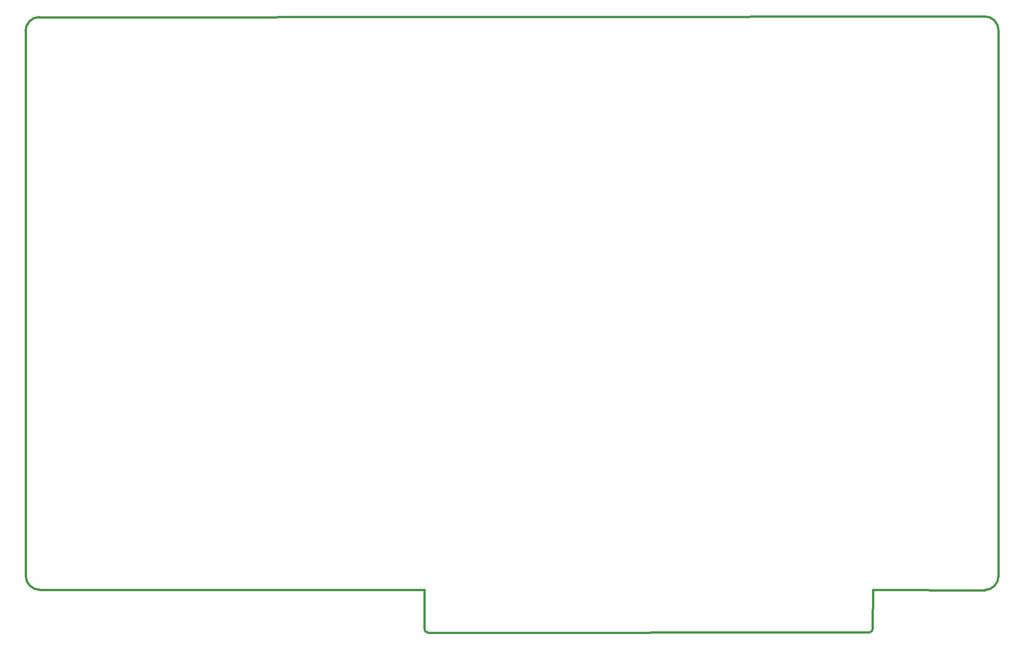
<source format=gbr>
%TF.GenerationSoftware,KiCad,Pcbnew,8.0.6*%
%TF.CreationDate,2025-06-08T19:24:17-05:00*%
%TF.ProjectId,MULTIIO,4d554c54-4949-44f2-9e6b-696361645f70,V1*%
%TF.SameCoordinates,Original*%
%TF.FileFunction,Profile,NP*%
%FSLAX46Y46*%
G04 Gerber Fmt 4.6, Leading zero omitted, Abs format (unit mm)*
G04 Created by KiCad (PCBNEW 8.0.6) date 2025-06-08 19:24:17*
%MOMM*%
%LPD*%
G01*
G04 APERTURE LIST*
%TA.AperFunction,Profile*%
%ADD10C,0.381000*%
%TD*%
G04 APERTURE END LIST*
D10*
X220744066Y-142308866D02*
X220761230Y-149454473D01*
X302176466Y-142372366D02*
X322496466Y-142385066D01*
X221396230Y-150089473D02*
G75*
G02*
X220761227Y-149454473I70J635073D01*
G01*
X150926800Y-142341600D02*
G75*
G02*
X148386800Y-139801600I0J2540000D01*
G01*
X325011118Y-139845066D02*
G75*
G02*
X322496466Y-142385065I-2532618J-7434D01*
G01*
X325011066Y-40785066D02*
X325011066Y-139845066D01*
X148386800Y-139801600D02*
X148328656Y-40861256D01*
X215918066Y-142308866D02*
X220744066Y-142308866D01*
X322445660Y-38193777D02*
G75*
G02*
X325011066Y-40785066I32840J-2533023D01*
G01*
X150926800Y-142341600D02*
X215918066Y-142308866D01*
X302151066Y-149446266D02*
G75*
G02*
X301516066Y-150081266I-634966J-34D01*
G01*
X150825200Y-38328600D02*
X322445666Y-38194266D01*
X221396230Y-150089473D02*
X301516066Y-150081266D01*
X302176466Y-142372366D02*
X302151066Y-149446266D01*
X148335628Y-40861256D02*
G75*
G02*
X150825200Y-38328600I2532972J56D01*
G01*
M02*

</source>
